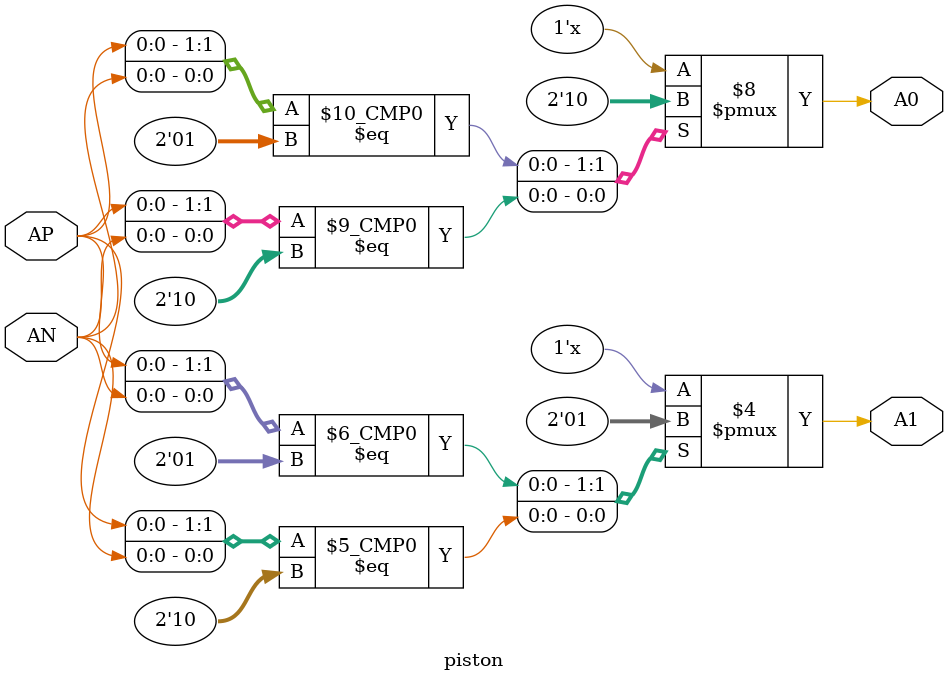
<source format=v>
`timescale 1ns/1ns

module piston #(
  // Delay of the Piston transition between A0 - A1
  parameter integer DELAY=2,
  parameter A0_INIT = 1
) (
  input wire  AP,
  input wire  AN,
  output reg  A0,
  output reg  A1
);
  
  initial begin
    A0 =  A0_INIT;
    A1 =  ~A0_INIT;
  end

  always @*
    case ({AP, AN})
      2'h0: begin
              A0  = A0;
              A1  = A1;
            end
      2'h1: begin
              A0  = #DELAY 1;
              A1  = 0;
            end
      2'h2: begin
              A0  = 0;
              A1  = #DELAY 1;
            end
      2'h3: begin 
              $display("ERROR: Invalid Piston State, both AP & AN"); 
              //$finish; 
            end
    endcase

endmodule

</source>
